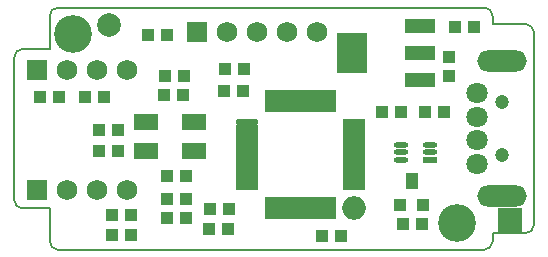
<source format=gts>
%FSLAX25Y25*%
%MOIN*%
G70*
G01*
G75*
G04 Layer_Color=8388736*
%ADD10R,0.03937X0.03937*%
%ADD11C,0.03937*%
%ADD12R,0.03150X0.03150*%
%ADD13R,0.03150X0.03150*%
%ADD14R,0.00984X0.06299*%
%ADD15R,0.06299X0.00984*%
%ADD16O,0.06299X0.00984*%
%ADD17O,0.03937X0.03937*%
%ADD18R,0.07087X0.04724*%
%ADD19O,0.04000X0.01200*%
%ADD20R,0.04000X0.01200*%
%ADD21R,0.03600X0.03600*%
%ADD22R,0.03600X0.05000*%
%ADD23R,0.09449X0.03937*%
%ADD24R,0.09449X0.12992*%
%ADD25C,0.01000*%
%ADD26C,0.02000*%
%ADD27C,0.04000*%
%ADD28C,0.00787*%
%ADD29C,0.06299*%
%ADD30C,0.03937*%
%ADD31O,0.15748X0.06299*%
%ADD32C,0.06000*%
%ADD33R,0.06000X0.06000*%
%ADD34C,0.11811*%
%ADD35C,0.05512*%
%ADD36C,0.02500*%
%ADD37C,0.04000*%
%ADD38C,0.00984*%
%ADD39C,0.00800*%
%ADD40C,0.01200*%
%ADD41R,0.00000X0.00000*%
%ADD42R,0.07874X0.07874*%
%ADD43C,0.07874*%
%ADD44R,0.03950X0.03950*%
%ADD45R,0.03950X0.03950*%
%ADD46R,0.02184X0.07499*%
%ADD47R,0.07499X0.02184*%
%ADD48O,0.07499X0.02184*%
%ADD49O,0.07874X0.07874*%
%ADD50R,0.07887X0.05524*%
%ADD51O,0.04800X0.02000*%
%ADD52R,0.04800X0.02000*%
%ADD53R,0.04400X0.04400*%
%ADD54R,0.04400X0.05800*%
%ADD55R,0.10249X0.04737*%
%ADD56R,0.10249X0.13792*%
%ADD57C,0.07099*%
%ADD58C,0.04737*%
%ADD59O,0.16548X0.07099*%
%ADD60C,0.06800*%
%ADD61R,0.06800X0.06800*%
%ADD62C,0.12611*%
D28*
X156693Y0D02*
G03*
X159449Y2756I0J2756D01*
G01*
X170472Y5512D02*
G03*
X173228Y8268I0J2756D01*
G01*
X159449Y77953D02*
G03*
X156693Y80709I-2756J0D01*
G01*
X173228Y72441D02*
G03*
X170472Y75197I-2756J0D01*
G01*
X11811Y2756D02*
G03*
X14567Y0I2756J0D01*
G01*
X0Y16535D02*
G03*
X2756Y13780I2756J0D01*
G01*
X14567Y80709D02*
G03*
X11811Y77953I0J-2756D01*
G01*
X2756Y66929D02*
G03*
X0Y64173I0J-2756D01*
G01*
X14567Y80709D02*
X156693D01*
X159449Y75197D02*
Y77953D01*
X173228Y8268D02*
Y72441D01*
X159449Y75197D02*
X170472D01*
X159449Y5512D02*
X170472D01*
X159449Y2756D02*
Y5512D01*
X14567Y0D02*
X156693D01*
X11811Y66929D02*
Y77953D01*
X2756Y66929D02*
X11811D01*
X0Y16535D02*
Y64173D01*
X2756Y13780D02*
X11811D01*
Y2756D02*
Y13780D01*
D42*
X165354Y9843D02*
D03*
D43*
X31496Y74803D02*
D03*
D44*
X51000Y24500D02*
D03*
X57299D02*
D03*
X109000Y4500D02*
D03*
X102701D02*
D03*
X122701Y46000D02*
D03*
X129000D02*
D03*
X147047Y74311D02*
D03*
X153347D02*
D03*
X135799Y8500D02*
D03*
X129500D02*
D03*
X29799Y51000D02*
D03*
X23500D02*
D03*
X15000D02*
D03*
X8701D02*
D03*
X39000Y11500D02*
D03*
X32701D02*
D03*
X39000Y5000D02*
D03*
X32701D02*
D03*
X137000Y46000D02*
D03*
X143299D02*
D03*
X50201Y58000D02*
D03*
X56500D02*
D03*
X56299Y51500D02*
D03*
X50000D02*
D03*
X76299Y53000D02*
D03*
X70000D02*
D03*
X51000Y17000D02*
D03*
X57299D02*
D03*
X71500Y13500D02*
D03*
X65201D02*
D03*
X44500Y71500D02*
D03*
X50799D02*
D03*
X28201Y33000D02*
D03*
X34500D02*
D03*
X28201Y40000D02*
D03*
X34500D02*
D03*
X70201Y60098D02*
D03*
X76500D02*
D03*
X57299Y10500D02*
D03*
X51000D02*
D03*
X71299Y7000D02*
D03*
X65000D02*
D03*
D45*
X145000Y58000D02*
D03*
Y64299D02*
D03*
D46*
X84626Y49433D02*
D03*
X86594D02*
D03*
X88563D02*
D03*
X90531D02*
D03*
X92500D02*
D03*
X94468D02*
D03*
X96437D02*
D03*
X98405D02*
D03*
X100374D02*
D03*
X102342D02*
D03*
X104311D02*
D03*
X106280D02*
D03*
Y14000D02*
D03*
X104311D02*
D03*
X102342D02*
D03*
X100374D02*
D03*
X98405D02*
D03*
X96437D02*
D03*
X94468D02*
D03*
X92500D02*
D03*
X90531D02*
D03*
X88563D02*
D03*
X86594D02*
D03*
X84626D02*
D03*
D47*
X113169Y42543D02*
D03*
Y40575D02*
D03*
Y38606D02*
D03*
Y36638D02*
D03*
Y34669D02*
D03*
Y32701D02*
D03*
Y30732D02*
D03*
Y28764D02*
D03*
Y26795D02*
D03*
Y24827D02*
D03*
Y22858D02*
D03*
Y20890D02*
D03*
X77736D02*
D03*
Y22858D02*
D03*
Y24827D02*
D03*
Y26795D02*
D03*
Y28764D02*
D03*
Y30732D02*
D03*
Y32701D02*
D03*
Y34669D02*
D03*
Y36638D02*
D03*
Y38606D02*
D03*
Y40575D02*
D03*
D48*
Y42543D02*
D03*
D49*
X113169Y14000D02*
D03*
D50*
X60000Y33051D02*
D03*
X43979D02*
D03*
Y42500D02*
D03*
X60000D02*
D03*
D51*
X129000Y35000D02*
D03*
Y32500D02*
D03*
Y30000D02*
D03*
X138500Y35000D02*
D03*
Y32500D02*
D03*
D52*
Y30000D02*
D03*
D53*
X128700Y15000D02*
D03*
X136200D02*
D03*
D54*
X132500Y23000D02*
D03*
D55*
X135335Y56445D02*
D03*
Y65500D02*
D03*
Y74555D02*
D03*
D56*
X112500Y65500D02*
D03*
D57*
X154331Y52165D02*
D03*
Y44291D02*
D03*
Y36417D02*
D03*
Y28543D02*
D03*
D58*
X162598Y49213D02*
D03*
Y31496D02*
D03*
D59*
Y62795D02*
D03*
Y17913D02*
D03*
D60*
X91000Y72500D02*
D03*
X81000D02*
D03*
X71000D02*
D03*
X101000D02*
D03*
X17500Y20000D02*
D03*
X27500D02*
D03*
X37500D02*
D03*
X17500Y60000D02*
D03*
X27500D02*
D03*
X37500D02*
D03*
D61*
X61000Y72500D02*
D03*
X7500Y20000D02*
D03*
Y60000D02*
D03*
D62*
X147638Y8858D02*
D03*
X19685Y71850D02*
D03*
M02*

</source>
